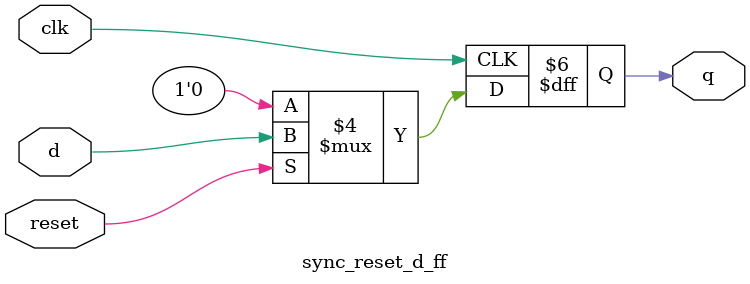
<source format=v>
module sync_reset_d_ff(d, clk, reset, q);
input d,clk,reset;
output reg q;

always@(posedge clk)
begin
        if(!reset)
                q<=0;
        else
                q<=d;
end

endmodule    
</source>
